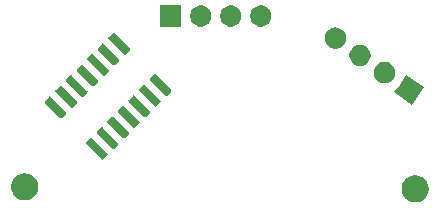
<source format=gbr>
G04 #@! TF.GenerationSoftware,KiCad,Pcbnew,(5.1.5)-3*
G04 #@! TF.CreationDate,2021-02-16T09:17:14-06:00*
G04 #@! TF.ProjectId,HallSensorSMD,48616c6c-5365-46e7-936f-72534d442e6b,rev?*
G04 #@! TF.SameCoordinates,Original*
G04 #@! TF.FileFunction,Soldermask,Bot*
G04 #@! TF.FilePolarity,Negative*
%FSLAX46Y46*%
G04 Gerber Fmt 4.6, Leading zero omitted, Abs format (unit mm)*
G04 Created by KiCad (PCBNEW (5.1.5)-3) date 2021-02-16 09:17:14*
%MOMM*%
%LPD*%
G04 APERTURE LIST*
%ADD10C,0.100000*%
G04 APERTURE END LIST*
D10*
G36*
X146734549Y-61761116D02*
G01*
X146845734Y-61783232D01*
X147055203Y-61869997D01*
X147243720Y-61995960D01*
X147404040Y-62156280D01*
X147530003Y-62344797D01*
X147616768Y-62554266D01*
X147661000Y-62776636D01*
X147661000Y-63003364D01*
X147616768Y-63225734D01*
X147530003Y-63435203D01*
X147404040Y-63623720D01*
X147243720Y-63784040D01*
X147055203Y-63910003D01*
X146845734Y-63996768D01*
X146734549Y-64018884D01*
X146623365Y-64041000D01*
X146396635Y-64041000D01*
X146285451Y-64018884D01*
X146174266Y-63996768D01*
X145964797Y-63910003D01*
X145776280Y-63784040D01*
X145615960Y-63623720D01*
X145489997Y-63435203D01*
X145403232Y-63225734D01*
X145359000Y-63003364D01*
X145359000Y-62776636D01*
X145403232Y-62554266D01*
X145489997Y-62344797D01*
X145615960Y-62156280D01*
X145776280Y-61995960D01*
X145964797Y-61869997D01*
X146174266Y-61783232D01*
X146285451Y-61761116D01*
X146396635Y-61739000D01*
X146623365Y-61739000D01*
X146734549Y-61761116D01*
G37*
G36*
X113674549Y-61591116D02*
G01*
X113785734Y-61613232D01*
X113995203Y-61699997D01*
X114183720Y-61825960D01*
X114344040Y-61986280D01*
X114470003Y-62174797D01*
X114556768Y-62384266D01*
X114601000Y-62606636D01*
X114601000Y-62833364D01*
X114556768Y-63055734D01*
X114470003Y-63265203D01*
X114344040Y-63453720D01*
X114183720Y-63614040D01*
X113995203Y-63740003D01*
X113785734Y-63826768D01*
X113674549Y-63848884D01*
X113563365Y-63871000D01*
X113336635Y-63871000D01*
X113225451Y-63848884D01*
X113114266Y-63826768D01*
X112904797Y-63740003D01*
X112716280Y-63614040D01*
X112555960Y-63453720D01*
X112429997Y-63265203D01*
X112343232Y-63055734D01*
X112299000Y-62833364D01*
X112299000Y-62606636D01*
X112343232Y-62384266D01*
X112429997Y-62174797D01*
X112555960Y-61986280D01*
X112716280Y-61825960D01*
X112904797Y-61699997D01*
X113114266Y-61613232D01*
X113225451Y-61591116D01*
X113336635Y-61569000D01*
X113563365Y-61569000D01*
X113674549Y-61591116D01*
G37*
G36*
X119110943Y-58561850D02*
G01*
X119132024Y-58568246D01*
X119151460Y-58578634D01*
X119173257Y-58596522D01*
X120455756Y-59879021D01*
X120473644Y-59900818D01*
X120484032Y-59920254D01*
X120490428Y-59941335D01*
X120492587Y-59963263D01*
X120490428Y-59985191D01*
X120484032Y-60006272D01*
X120473644Y-60025708D01*
X120455756Y-60047505D01*
X120127851Y-60375410D01*
X120106054Y-60393298D01*
X120086618Y-60403686D01*
X120065537Y-60410082D01*
X120043609Y-60412241D01*
X120021681Y-60410082D01*
X120000600Y-60403686D01*
X119981164Y-60393298D01*
X119959367Y-60375410D01*
X118676868Y-59092911D01*
X118658980Y-59071114D01*
X118648592Y-59051678D01*
X118642196Y-59030597D01*
X118640037Y-59008669D01*
X118642196Y-58986741D01*
X118648592Y-58965660D01*
X118658980Y-58946224D01*
X118676868Y-58924427D01*
X119004773Y-58596522D01*
X119026570Y-58578634D01*
X119046006Y-58568246D01*
X119067087Y-58561850D01*
X119089015Y-58559691D01*
X119110943Y-58561850D01*
G37*
G36*
X120008969Y-57663825D02*
G01*
X120030050Y-57670221D01*
X120049486Y-57680609D01*
X120071283Y-57698497D01*
X121353782Y-58980996D01*
X121371670Y-59002793D01*
X121382058Y-59022229D01*
X121388454Y-59043310D01*
X121390613Y-59065238D01*
X121388454Y-59087166D01*
X121382058Y-59108247D01*
X121371670Y-59127683D01*
X121353782Y-59149480D01*
X121025877Y-59477385D01*
X121004080Y-59495273D01*
X120984644Y-59505661D01*
X120963563Y-59512057D01*
X120941635Y-59514216D01*
X120919707Y-59512057D01*
X120898626Y-59505661D01*
X120879190Y-59495273D01*
X120857393Y-59477385D01*
X119574894Y-58194886D01*
X119557006Y-58173089D01*
X119546618Y-58153653D01*
X119540222Y-58132572D01*
X119538063Y-58110644D01*
X119540222Y-58088716D01*
X119546618Y-58067635D01*
X119557006Y-58048199D01*
X119574894Y-58026402D01*
X119902799Y-57698497D01*
X119924596Y-57680609D01*
X119944032Y-57670221D01*
X119965113Y-57663825D01*
X119987041Y-57661666D01*
X120008969Y-57663825D01*
G37*
G36*
X120906995Y-56765799D02*
G01*
X120928076Y-56772195D01*
X120947512Y-56782583D01*
X120969309Y-56800471D01*
X122251808Y-58082970D01*
X122269696Y-58104767D01*
X122280084Y-58124203D01*
X122286480Y-58145284D01*
X122288639Y-58167212D01*
X122286480Y-58189140D01*
X122280084Y-58210221D01*
X122269696Y-58229657D01*
X122251808Y-58251454D01*
X121923903Y-58579359D01*
X121902106Y-58597247D01*
X121882670Y-58607635D01*
X121861589Y-58614031D01*
X121839661Y-58616190D01*
X121817733Y-58614031D01*
X121796652Y-58607635D01*
X121777216Y-58597247D01*
X121755419Y-58579359D01*
X120472920Y-57296860D01*
X120455032Y-57275063D01*
X120444644Y-57255627D01*
X120438248Y-57234546D01*
X120436089Y-57212618D01*
X120438248Y-57190690D01*
X120444644Y-57169609D01*
X120455032Y-57150173D01*
X120472920Y-57128376D01*
X120800825Y-56800471D01*
X120822622Y-56782583D01*
X120842058Y-56772195D01*
X120863139Y-56765799D01*
X120885067Y-56763640D01*
X120906995Y-56765799D01*
G37*
G36*
X121805020Y-55867773D02*
G01*
X121826101Y-55874169D01*
X121845537Y-55884557D01*
X121867334Y-55902445D01*
X123149833Y-57184944D01*
X123167721Y-57206741D01*
X123178109Y-57226177D01*
X123184505Y-57247258D01*
X123186664Y-57269186D01*
X123184505Y-57291114D01*
X123178109Y-57312195D01*
X123167721Y-57331631D01*
X123149833Y-57353428D01*
X122821928Y-57681333D01*
X122800131Y-57699221D01*
X122780695Y-57709609D01*
X122759614Y-57716005D01*
X122737686Y-57718164D01*
X122715758Y-57716005D01*
X122694677Y-57709609D01*
X122675241Y-57699221D01*
X122653444Y-57681333D01*
X121370945Y-56398834D01*
X121353057Y-56377037D01*
X121342669Y-56357601D01*
X121336273Y-56336520D01*
X121334114Y-56314592D01*
X121336273Y-56292664D01*
X121342669Y-56271583D01*
X121353057Y-56252147D01*
X121370945Y-56230350D01*
X121698850Y-55902445D01*
X121720647Y-55884557D01*
X121740083Y-55874169D01*
X121761164Y-55867773D01*
X121783092Y-55865614D01*
X121805020Y-55867773D01*
G37*
G36*
X115610765Y-55061672D02*
G01*
X115631846Y-55068068D01*
X115651282Y-55078456D01*
X115673079Y-55096344D01*
X116955578Y-56378843D01*
X116973466Y-56400640D01*
X116983854Y-56420076D01*
X116990250Y-56441157D01*
X116992409Y-56463085D01*
X116990250Y-56485013D01*
X116983854Y-56506094D01*
X116973466Y-56525530D01*
X116955578Y-56547327D01*
X116627673Y-56875232D01*
X116605876Y-56893120D01*
X116586440Y-56903508D01*
X116565359Y-56909904D01*
X116543431Y-56912063D01*
X116521503Y-56909904D01*
X116500422Y-56903508D01*
X116480986Y-56893120D01*
X116459189Y-56875232D01*
X115176690Y-55592733D01*
X115158802Y-55570936D01*
X115148414Y-55551500D01*
X115142018Y-55530419D01*
X115139859Y-55508491D01*
X115142018Y-55486563D01*
X115148414Y-55465482D01*
X115158802Y-55446046D01*
X115176690Y-55424249D01*
X115504595Y-55096344D01*
X115526392Y-55078456D01*
X115545828Y-55068068D01*
X115566909Y-55061672D01*
X115588837Y-55059513D01*
X115610765Y-55061672D01*
G37*
G36*
X122703046Y-54969748D02*
G01*
X122724127Y-54976144D01*
X122743563Y-54986532D01*
X122765360Y-55004420D01*
X124047859Y-56286919D01*
X124065747Y-56308716D01*
X124076135Y-56328152D01*
X124082531Y-56349233D01*
X124084690Y-56371161D01*
X124082531Y-56393089D01*
X124076135Y-56414170D01*
X124065747Y-56433606D01*
X124047859Y-56455403D01*
X123719954Y-56783308D01*
X123698157Y-56801196D01*
X123678721Y-56811584D01*
X123657640Y-56817980D01*
X123635712Y-56820139D01*
X123613784Y-56817980D01*
X123592703Y-56811584D01*
X123573267Y-56801196D01*
X123551470Y-56783308D01*
X122268971Y-55500809D01*
X122251083Y-55479012D01*
X122240695Y-55459576D01*
X122234299Y-55438495D01*
X122232140Y-55416567D01*
X122234299Y-55394639D01*
X122240695Y-55373558D01*
X122251083Y-55354122D01*
X122268971Y-55332325D01*
X122596876Y-55004420D01*
X122618673Y-54986532D01*
X122638109Y-54976144D01*
X122659190Y-54969748D01*
X122681118Y-54967589D01*
X122703046Y-54969748D01*
G37*
G36*
X116508790Y-54163646D02*
G01*
X116529871Y-54170042D01*
X116549307Y-54180430D01*
X116571104Y-54198318D01*
X117853603Y-55480817D01*
X117871491Y-55502614D01*
X117881879Y-55522050D01*
X117888275Y-55543131D01*
X117890434Y-55565059D01*
X117888275Y-55586987D01*
X117881879Y-55608068D01*
X117871491Y-55627504D01*
X117853603Y-55649301D01*
X117525698Y-55977206D01*
X117503901Y-55995094D01*
X117484465Y-56005482D01*
X117463384Y-56011878D01*
X117441456Y-56014037D01*
X117419528Y-56011878D01*
X117398447Y-56005482D01*
X117379011Y-55995094D01*
X117357214Y-55977206D01*
X116074715Y-54694707D01*
X116056827Y-54672910D01*
X116046439Y-54653474D01*
X116040043Y-54632393D01*
X116037884Y-54610465D01*
X116040043Y-54588537D01*
X116046439Y-54567456D01*
X116056827Y-54548020D01*
X116074715Y-54526223D01*
X116402620Y-54198318D01*
X116424417Y-54180430D01*
X116443853Y-54170042D01*
X116464934Y-54163646D01*
X116486862Y-54161487D01*
X116508790Y-54163646D01*
G37*
G36*
X123601072Y-54071722D02*
G01*
X123622153Y-54078118D01*
X123641589Y-54088506D01*
X123663386Y-54106394D01*
X124945885Y-55388893D01*
X124963773Y-55410690D01*
X124974161Y-55430126D01*
X124980557Y-55451207D01*
X124982716Y-55473135D01*
X124980557Y-55495063D01*
X124974161Y-55516144D01*
X124963773Y-55535580D01*
X124945885Y-55557377D01*
X124617980Y-55885282D01*
X124596183Y-55903170D01*
X124576747Y-55913558D01*
X124555666Y-55919954D01*
X124533738Y-55922113D01*
X124511810Y-55919954D01*
X124490729Y-55913558D01*
X124471293Y-55903170D01*
X124449496Y-55885282D01*
X123166997Y-54602783D01*
X123149109Y-54580986D01*
X123138721Y-54561550D01*
X123132325Y-54540469D01*
X123130166Y-54518541D01*
X123132325Y-54496613D01*
X123138721Y-54475532D01*
X123149109Y-54456096D01*
X123166997Y-54434299D01*
X123494902Y-54106394D01*
X123516699Y-54088506D01*
X123536135Y-54078118D01*
X123557216Y-54071722D01*
X123579144Y-54069563D01*
X123601072Y-54071722D01*
G37*
G36*
X146283494Y-53598587D02*
G01*
X147254848Y-54278736D01*
X147254848Y-54278737D01*
X146896066Y-54791130D01*
X146221264Y-55754848D01*
X146221263Y-55754848D01*
X145613347Y-55329180D01*
X144745152Y-54721264D01*
X144745152Y-54721263D01*
X145201478Y-54069563D01*
X145778736Y-53245152D01*
X145778737Y-53245152D01*
X146283494Y-53598587D01*
G37*
G36*
X117406816Y-53265620D02*
G01*
X117427897Y-53272016D01*
X117447333Y-53282404D01*
X117469130Y-53300292D01*
X118751629Y-54582791D01*
X118769517Y-54604588D01*
X118779905Y-54624024D01*
X118786301Y-54645105D01*
X118788460Y-54667033D01*
X118786301Y-54688961D01*
X118779905Y-54710042D01*
X118769517Y-54729478D01*
X118751629Y-54751275D01*
X118423724Y-55079180D01*
X118401927Y-55097068D01*
X118382491Y-55107456D01*
X118361410Y-55113852D01*
X118339482Y-55116011D01*
X118317554Y-55113852D01*
X118296473Y-55107456D01*
X118277037Y-55097068D01*
X118255240Y-55079180D01*
X116972741Y-53796681D01*
X116954853Y-53774884D01*
X116944465Y-53755448D01*
X116938069Y-53734367D01*
X116935910Y-53712439D01*
X116938069Y-53690511D01*
X116944465Y-53669430D01*
X116954853Y-53649994D01*
X116972741Y-53628197D01*
X117300646Y-53300292D01*
X117322443Y-53282404D01*
X117341879Y-53272016D01*
X117362960Y-53265620D01*
X117384888Y-53263461D01*
X117406816Y-53265620D01*
G37*
G36*
X124499097Y-53173696D02*
G01*
X124520178Y-53180092D01*
X124539614Y-53190480D01*
X124561411Y-53208368D01*
X125843910Y-54490867D01*
X125861798Y-54512664D01*
X125872186Y-54532100D01*
X125878582Y-54553181D01*
X125880741Y-54575109D01*
X125878582Y-54597037D01*
X125872186Y-54618118D01*
X125861798Y-54637554D01*
X125843910Y-54659351D01*
X125516005Y-54987256D01*
X125494208Y-55005144D01*
X125474772Y-55015532D01*
X125453691Y-55021928D01*
X125431763Y-55024087D01*
X125409835Y-55021928D01*
X125388754Y-55015532D01*
X125369318Y-55005144D01*
X125347521Y-54987256D01*
X124065022Y-53704757D01*
X124047134Y-53682960D01*
X124036746Y-53663524D01*
X124030350Y-53642443D01*
X124028191Y-53620515D01*
X124030350Y-53598587D01*
X124036746Y-53577506D01*
X124047134Y-53558070D01*
X124065022Y-53536273D01*
X124392927Y-53208368D01*
X124414724Y-53190480D01*
X124434160Y-53180092D01*
X124455241Y-53173696D01*
X124477169Y-53171537D01*
X124499097Y-53173696D01*
G37*
G36*
X118304842Y-52367595D02*
G01*
X118325923Y-52373991D01*
X118345359Y-52384379D01*
X118367156Y-52402267D01*
X119649655Y-53684766D01*
X119667543Y-53706563D01*
X119677931Y-53725999D01*
X119684327Y-53747080D01*
X119686486Y-53769008D01*
X119684327Y-53790936D01*
X119677931Y-53812017D01*
X119667543Y-53831453D01*
X119649655Y-53853250D01*
X119321750Y-54181155D01*
X119299953Y-54199043D01*
X119280517Y-54209431D01*
X119259436Y-54215827D01*
X119237508Y-54217986D01*
X119215580Y-54215827D01*
X119194499Y-54209431D01*
X119175063Y-54199043D01*
X119153266Y-54181155D01*
X117870767Y-52898656D01*
X117852879Y-52876859D01*
X117842491Y-52857423D01*
X117836095Y-52836342D01*
X117833936Y-52814414D01*
X117836095Y-52792486D01*
X117842491Y-52771405D01*
X117852879Y-52751969D01*
X117870767Y-52730172D01*
X118198672Y-52402267D01*
X118220469Y-52384379D01*
X118239905Y-52373991D01*
X118260986Y-52367595D01*
X118282914Y-52365436D01*
X118304842Y-52367595D01*
G37*
G36*
X144032866Y-52147043D02*
G01*
X144182166Y-52176740D01*
X144346138Y-52244660D01*
X144493708Y-52343263D01*
X144619207Y-52468762D01*
X144717810Y-52616332D01*
X144785730Y-52780304D01*
X144820354Y-52954375D01*
X144820354Y-53131857D01*
X144785730Y-53305928D01*
X144717810Y-53469900D01*
X144619207Y-53617470D01*
X144493708Y-53742969D01*
X144346138Y-53841572D01*
X144182166Y-53909492D01*
X144032866Y-53939189D01*
X144008096Y-53944116D01*
X143830612Y-53944116D01*
X143805842Y-53939189D01*
X143656542Y-53909492D01*
X143492570Y-53841572D01*
X143345000Y-53742969D01*
X143219501Y-53617470D01*
X143120898Y-53469900D01*
X143052978Y-53305928D01*
X143018354Y-53131857D01*
X143018354Y-52954375D01*
X143052978Y-52780304D01*
X143120898Y-52616332D01*
X143219501Y-52468762D01*
X143345000Y-52343263D01*
X143492570Y-52244660D01*
X143656542Y-52176740D01*
X143805842Y-52147043D01*
X143830612Y-52142116D01*
X144008096Y-52142116D01*
X144032866Y-52147043D01*
G37*
G36*
X119202867Y-51469569D02*
G01*
X119223948Y-51475965D01*
X119243384Y-51486353D01*
X119265181Y-51504241D01*
X120547680Y-52786740D01*
X120565568Y-52808537D01*
X120575956Y-52827973D01*
X120582352Y-52849054D01*
X120584511Y-52870982D01*
X120582352Y-52892910D01*
X120575956Y-52913991D01*
X120565568Y-52933427D01*
X120547680Y-52955224D01*
X120219775Y-53283129D01*
X120197978Y-53301017D01*
X120178542Y-53311405D01*
X120157461Y-53317801D01*
X120135533Y-53319960D01*
X120113605Y-53317801D01*
X120092524Y-53311405D01*
X120073088Y-53301017D01*
X120051291Y-53283129D01*
X118768792Y-52000630D01*
X118750904Y-51978833D01*
X118740516Y-51959397D01*
X118734120Y-51938316D01*
X118731961Y-51916388D01*
X118734120Y-51894460D01*
X118740516Y-51873379D01*
X118750904Y-51853943D01*
X118768792Y-51832146D01*
X119096697Y-51504241D01*
X119118494Y-51486353D01*
X119137930Y-51475965D01*
X119159011Y-51469569D01*
X119180939Y-51467410D01*
X119202867Y-51469569D01*
G37*
G36*
X141952220Y-50690159D02*
G01*
X142101520Y-50719856D01*
X142265492Y-50787776D01*
X142413062Y-50886379D01*
X142538561Y-51011878D01*
X142637164Y-51159448D01*
X142705084Y-51323420D01*
X142729709Y-51447223D01*
X142739425Y-51496065D01*
X142739708Y-51497491D01*
X142739708Y-51674973D01*
X142705084Y-51849044D01*
X142637164Y-52013016D01*
X142538561Y-52160586D01*
X142413062Y-52286085D01*
X142265492Y-52384688D01*
X142101520Y-52452608D01*
X141952220Y-52482305D01*
X141927450Y-52487232D01*
X141749966Y-52487232D01*
X141725196Y-52482305D01*
X141575896Y-52452608D01*
X141411924Y-52384688D01*
X141264354Y-52286085D01*
X141138855Y-52160586D01*
X141040252Y-52013016D01*
X140972332Y-51849044D01*
X140937708Y-51674973D01*
X140937708Y-51497491D01*
X140937992Y-51496065D01*
X140947707Y-51447223D01*
X140972332Y-51323420D01*
X141040252Y-51159448D01*
X141138855Y-51011878D01*
X141264354Y-50886379D01*
X141411924Y-50787776D01*
X141575896Y-50719856D01*
X141725196Y-50690159D01*
X141749966Y-50685232D01*
X141927450Y-50685232D01*
X141952220Y-50690159D01*
G37*
G36*
X120100893Y-50571543D02*
G01*
X120121974Y-50577939D01*
X120141410Y-50588327D01*
X120163207Y-50606215D01*
X121445706Y-51888714D01*
X121463594Y-51910511D01*
X121473982Y-51929947D01*
X121480378Y-51951028D01*
X121482537Y-51972956D01*
X121480378Y-51994884D01*
X121473982Y-52015965D01*
X121463594Y-52035401D01*
X121445706Y-52057198D01*
X121117801Y-52385103D01*
X121096004Y-52402991D01*
X121076568Y-52413379D01*
X121055487Y-52419775D01*
X121033559Y-52421934D01*
X121011631Y-52419775D01*
X120990550Y-52413379D01*
X120971114Y-52402991D01*
X120949317Y-52385103D01*
X119666818Y-51102604D01*
X119648930Y-51080807D01*
X119638542Y-51061371D01*
X119632146Y-51040290D01*
X119629987Y-51018362D01*
X119632146Y-50996434D01*
X119638542Y-50975353D01*
X119648930Y-50955917D01*
X119666818Y-50934120D01*
X119994723Y-50606215D01*
X120016520Y-50588327D01*
X120035956Y-50577939D01*
X120057037Y-50571543D01*
X120078965Y-50569384D01*
X120100893Y-50571543D01*
G37*
G36*
X120998919Y-49673518D02*
G01*
X121020000Y-49679914D01*
X121039436Y-49690302D01*
X121061233Y-49708190D01*
X122343732Y-50990689D01*
X122361620Y-51012486D01*
X122372008Y-51031922D01*
X122378404Y-51053003D01*
X122380563Y-51074931D01*
X122378404Y-51096859D01*
X122372008Y-51117940D01*
X122361620Y-51137376D01*
X122343732Y-51159173D01*
X122015827Y-51487078D01*
X121994030Y-51504966D01*
X121974594Y-51515354D01*
X121953513Y-51521750D01*
X121931585Y-51523909D01*
X121909657Y-51521750D01*
X121888576Y-51515354D01*
X121869140Y-51504966D01*
X121847343Y-51487078D01*
X120564844Y-50204579D01*
X120546956Y-50182782D01*
X120536568Y-50163346D01*
X120530172Y-50142265D01*
X120528013Y-50120337D01*
X120530172Y-50098409D01*
X120536568Y-50077328D01*
X120546956Y-50057892D01*
X120564844Y-50036095D01*
X120892749Y-49708190D01*
X120914546Y-49690302D01*
X120933982Y-49679914D01*
X120955063Y-49673518D01*
X120976991Y-49671359D01*
X120998919Y-49673518D01*
G37*
G36*
X139871573Y-49233275D02*
G01*
X140020873Y-49262972D01*
X140184845Y-49330892D01*
X140332415Y-49429495D01*
X140457914Y-49554994D01*
X140556517Y-49702564D01*
X140624437Y-49866536D01*
X140659061Y-50040607D01*
X140659061Y-50218089D01*
X140624437Y-50392160D01*
X140556517Y-50556132D01*
X140457914Y-50703702D01*
X140332415Y-50829201D01*
X140184845Y-50927804D01*
X140020873Y-50995724D01*
X139871573Y-51025421D01*
X139846803Y-51030348D01*
X139669319Y-51030348D01*
X139644549Y-51025421D01*
X139495249Y-50995724D01*
X139331277Y-50927804D01*
X139183707Y-50829201D01*
X139058208Y-50703702D01*
X138959605Y-50556132D01*
X138891685Y-50392160D01*
X138857061Y-50218089D01*
X138857061Y-50040607D01*
X138891685Y-49866536D01*
X138959605Y-49702564D01*
X139058208Y-49554994D01*
X139183707Y-49429495D01*
X139331277Y-49330892D01*
X139495249Y-49262972D01*
X139644549Y-49233275D01*
X139669319Y-49228348D01*
X139846803Y-49228348D01*
X139871573Y-49233275D01*
G37*
G36*
X133552412Y-47353927D02*
G01*
X133701712Y-47383624D01*
X133865684Y-47451544D01*
X134013254Y-47550147D01*
X134138753Y-47675646D01*
X134237356Y-47823216D01*
X134305276Y-47987188D01*
X134339900Y-48161259D01*
X134339900Y-48338741D01*
X134305276Y-48512812D01*
X134237356Y-48676784D01*
X134138753Y-48824354D01*
X134013254Y-48949853D01*
X133865684Y-49048456D01*
X133701712Y-49116376D01*
X133552412Y-49146073D01*
X133527642Y-49151000D01*
X133350158Y-49151000D01*
X133325388Y-49146073D01*
X133176088Y-49116376D01*
X133012116Y-49048456D01*
X132864546Y-48949853D01*
X132739047Y-48824354D01*
X132640444Y-48676784D01*
X132572524Y-48512812D01*
X132537900Y-48338741D01*
X132537900Y-48161259D01*
X132572524Y-47987188D01*
X132640444Y-47823216D01*
X132739047Y-47675646D01*
X132864546Y-47550147D01*
X133012116Y-47451544D01*
X133176088Y-47383624D01*
X133325388Y-47353927D01*
X133350158Y-47349000D01*
X133527642Y-47349000D01*
X133552412Y-47353927D01*
G37*
G36*
X131012412Y-47353927D02*
G01*
X131161712Y-47383624D01*
X131325684Y-47451544D01*
X131473254Y-47550147D01*
X131598753Y-47675646D01*
X131697356Y-47823216D01*
X131765276Y-47987188D01*
X131799900Y-48161259D01*
X131799900Y-48338741D01*
X131765276Y-48512812D01*
X131697356Y-48676784D01*
X131598753Y-48824354D01*
X131473254Y-48949853D01*
X131325684Y-49048456D01*
X131161712Y-49116376D01*
X131012412Y-49146073D01*
X130987642Y-49151000D01*
X130810158Y-49151000D01*
X130785388Y-49146073D01*
X130636088Y-49116376D01*
X130472116Y-49048456D01*
X130324546Y-48949853D01*
X130199047Y-48824354D01*
X130100444Y-48676784D01*
X130032524Y-48512812D01*
X129997900Y-48338741D01*
X129997900Y-48161259D01*
X130032524Y-47987188D01*
X130100444Y-47823216D01*
X130199047Y-47675646D01*
X130324546Y-47550147D01*
X130472116Y-47451544D01*
X130636088Y-47383624D01*
X130785388Y-47353927D01*
X130810158Y-47349000D01*
X130987642Y-47349000D01*
X131012412Y-47353927D01*
G37*
G36*
X128472412Y-47353927D02*
G01*
X128621712Y-47383624D01*
X128785684Y-47451544D01*
X128933254Y-47550147D01*
X129058753Y-47675646D01*
X129157356Y-47823216D01*
X129225276Y-47987188D01*
X129259900Y-48161259D01*
X129259900Y-48338741D01*
X129225276Y-48512812D01*
X129157356Y-48676784D01*
X129058753Y-48824354D01*
X128933254Y-48949853D01*
X128785684Y-49048456D01*
X128621712Y-49116376D01*
X128472412Y-49146073D01*
X128447642Y-49151000D01*
X128270158Y-49151000D01*
X128245388Y-49146073D01*
X128096088Y-49116376D01*
X127932116Y-49048456D01*
X127784546Y-48949853D01*
X127659047Y-48824354D01*
X127560444Y-48676784D01*
X127492524Y-48512812D01*
X127457900Y-48338741D01*
X127457900Y-48161259D01*
X127492524Y-47987188D01*
X127560444Y-47823216D01*
X127659047Y-47675646D01*
X127784546Y-47550147D01*
X127932116Y-47451544D01*
X128096088Y-47383624D01*
X128245388Y-47353927D01*
X128270158Y-47349000D01*
X128447642Y-47349000D01*
X128472412Y-47353927D01*
G37*
G36*
X126719900Y-49151000D02*
G01*
X124917900Y-49151000D01*
X124917900Y-47349000D01*
X126719900Y-47349000D01*
X126719900Y-49151000D01*
G37*
M02*

</source>
